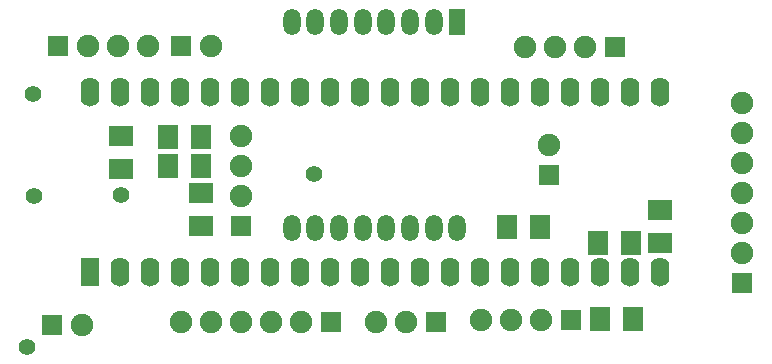
<source format=gbr>
G04 #@! TF.FileFunction,Soldermask,Bot*
%FSLAX46Y46*%
G04 Gerber Fmt 4.6, Leading zero omitted, Abs format (unit mm)*
G04 Created by KiCad (PCBNEW (2015-01-16 BZR 5376)-product) date 20/06/2015 16:12:35*
%MOMM*%
G01*
G04 APERTURE LIST*
%ADD10C,0.100000*%
%ADD11R,1.800200X1.800200*%
%ADD12C,1.899260*%
%ADD13R,1.597000X2.486000*%
%ADD14O,1.597000X2.486000*%
%ADD15R,1.800200X2.003400*%
%ADD16R,2.003400X1.800200*%
%ADD17R,1.701140X1.701140*%
%ADD18R,1.470000X2.232000*%
%ADD19O,1.470000X2.232000*%
%ADD20C,1.398880*%
G04 APERTURE END LIST*
D10*
D11*
X137160000Y-108712000D03*
D12*
X137160000Y-106172000D03*
X137160000Y-103632000D03*
X137160000Y-101092000D03*
D11*
X168783000Y-93599000D03*
D12*
X166243000Y-93599000D03*
X163703000Y-93599000D03*
X161163000Y-93599000D03*
D11*
X165100000Y-116713000D03*
D12*
X162560000Y-116713000D03*
X160020000Y-116713000D03*
X157480000Y-116713000D03*
D13*
X124371100Y-112623600D03*
D14*
X126911100Y-112623600D03*
X129451100Y-112623600D03*
X131991100Y-112623600D03*
X134531100Y-112623600D03*
X137071100Y-112623600D03*
X139611100Y-112623600D03*
X142151100Y-112623600D03*
X144691100Y-112623600D03*
X147231100Y-112623600D03*
X149771100Y-112623600D03*
X152311100Y-112623600D03*
X154851100Y-112623600D03*
X157391100Y-112623600D03*
X159931100Y-112623600D03*
X162471100Y-112623600D03*
X165011100Y-112623600D03*
X167551100Y-112623600D03*
X170091100Y-112623600D03*
X172631100Y-112623600D03*
X172631100Y-97383600D03*
X170091100Y-97383600D03*
X167551100Y-97383600D03*
X165011100Y-97383600D03*
X162471100Y-97383600D03*
X159931100Y-97383600D03*
X157391100Y-97383600D03*
X154851100Y-97383600D03*
X152311100Y-97383600D03*
X149771100Y-97383600D03*
X147231100Y-97383600D03*
X144691100Y-97383600D03*
X142151100Y-97383600D03*
X139611100Y-97383600D03*
X137071100Y-97383600D03*
X134531100Y-97383600D03*
X131991100Y-97383600D03*
X129451100Y-97383600D03*
X126911100Y-97383600D03*
X124371100Y-97383600D03*
D15*
X167513000Y-116586000D03*
X170307000Y-116586000D03*
D16*
X133794500Y-108712000D03*
X133794500Y-105918000D03*
X127000000Y-101092000D03*
X127000000Y-103886000D03*
D17*
X121158000Y-117094000D03*
D12*
X123698000Y-117094000D03*
D17*
X144780000Y-116840000D03*
D12*
X142240000Y-116840000D03*
X139700000Y-116840000D03*
X137160000Y-116840000D03*
X134620000Y-116840000D03*
X132080000Y-116840000D03*
D15*
X130937000Y-103632000D03*
X133731000Y-103632000D03*
X130937000Y-101219000D03*
X133731000Y-101219000D03*
D17*
X179578000Y-113538000D03*
D12*
X179578000Y-110998000D03*
X179578000Y-108458000D03*
X179578000Y-105918000D03*
X179578000Y-103378000D03*
X179578000Y-100838000D03*
X179578000Y-98298000D03*
D17*
X132080000Y-93472000D03*
D12*
X134620000Y-93472000D03*
D11*
X121666000Y-93472000D03*
D12*
X124206000Y-93472000D03*
X126746000Y-93472000D03*
X129286000Y-93472000D03*
D18*
X155448000Y-91440000D03*
D19*
X153449020Y-91440000D03*
X151450040Y-91440000D03*
X149448520Y-91440000D03*
X147449540Y-91440000D03*
X145448020Y-91440000D03*
X143449040Y-91440000D03*
X141450060Y-91440000D03*
X141450060Y-108889800D03*
X143449040Y-108889800D03*
X145448020Y-108889800D03*
X147449540Y-108889800D03*
X149448520Y-108889800D03*
X151450040Y-108889800D03*
X153449020Y-108889800D03*
X155448000Y-108889800D03*
D15*
X162433000Y-108839000D03*
X159639000Y-108839000D03*
X170180000Y-110172500D03*
X167386000Y-110172500D03*
D20*
X119634000Y-106172000D03*
D17*
X153670000Y-116840000D03*
D12*
X151130000Y-116840000D03*
X148590000Y-116840000D03*
D17*
X163195000Y-104394000D03*
D12*
X163195000Y-101854000D03*
D20*
X143319500Y-104330500D03*
D16*
X172593000Y-107378500D03*
X172593000Y-110172500D03*
D20*
X118999000Y-118999000D03*
X119570500Y-97536000D03*
X127000000Y-106108500D03*
M02*

</source>
